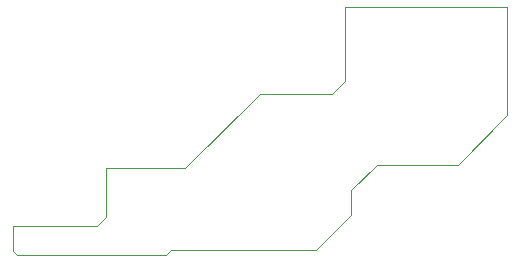
<source format=gbr>
%TF.GenerationSoftware,KiCad,Pcbnew,8.0.4*%
%TF.CreationDate,2024-11-19T23:33:53+08:00*%
%TF.ProjectId,uvk5_ttl,75766b35-5f74-4746-9c2e-6b696361645f,rev?*%
%TF.SameCoordinates,Original*%
%TF.FileFunction,Profile,NP*%
%FSLAX46Y46*%
G04 Gerber Fmt 4.6, Leading zero omitted, Abs format (unit mm)*
G04 Created by KiCad (PCBNEW 8.0.4) date 2024-11-19 23:33:53*
%MOMM*%
%LPD*%
G01*
G04 APERTURE LIST*
%TA.AperFunction,Profile*%
%ADD10C,0.050000*%
%TD*%
G04 APERTURE END LIST*
D10*
X125900000Y-95450000D02*
X121690000Y-99660000D01*
X114820000Y-99660000D01*
X112680000Y-101800000D01*
X112680000Y-103940000D01*
X109720000Y-106900000D01*
X97380000Y-106900000D01*
X96950000Y-107330000D01*
X84410000Y-107330000D01*
X84010000Y-106930000D01*
X84010000Y-104810000D01*
X91180000Y-104810000D01*
X91910000Y-104080000D01*
X91910000Y-99960000D01*
X98630000Y-99960000D01*
X104920000Y-93670000D01*
X111080000Y-93670000D01*
X112150000Y-92600000D01*
X112150000Y-86270000D01*
X125900000Y-86270000D01*
X125900000Y-95450000D01*
M02*

</source>
